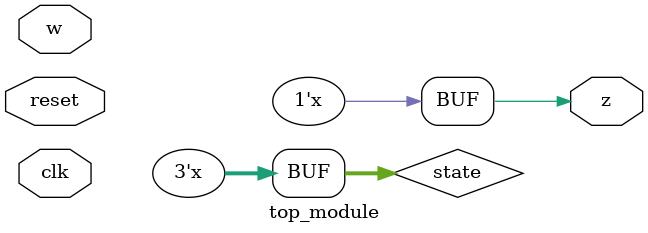
<source format=sv>
module top_module (
    input clk,
    input reset,
    input w,
    output z
);

// Assign state codes
localparam A = 3'b000;
localparam B = 3'b001;
localparam C = 3'b010;
localparam D = 3'b011;
localparam E = 3'b100;
localparam F = 3'b101;

// State register
reg [2:0] state;

// State table (combinational)
always @(*) begin
    case (state)
        A: begin
            if (w) state = B;
            else   state = A;
        end
        B: begin
            if (w) state = C;
            else   state = D;
        end
        C: begin
            if (w) state = E;
            else   state = D;
        end
        D: begin
            if (w) state = F;
            else   state = A;
        end
        E: begin
            if (w) state = E;
            else   state = D;
        end
        F: begin
            if (w) state = C;
            else   state = D;
        end
    endcase
end

// State flip-flops (sequential)
always @(posedge clk) begin
    if (reset) state <= A;
    else       state <= state;
end

// Output logic
assign z = (state == E) || (state == F);

endmodule

</source>
